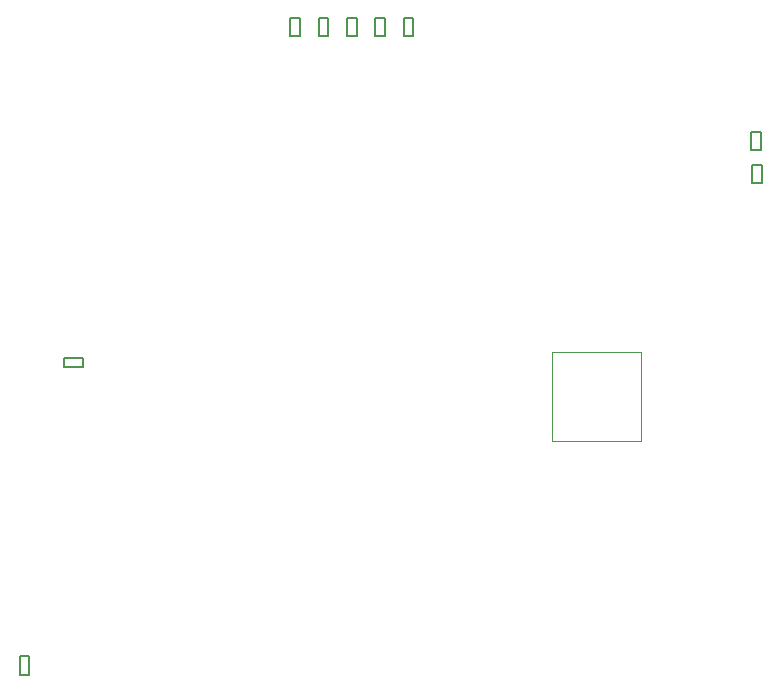
<source format=gbr>
%TF.GenerationSoftware,Altium Limited,Altium Designer,23.1.1 (15)*%
G04 Layer_Color=32896*
%FSLAX45Y45*%
%MOMM*%
%TF.SameCoordinates,8C37DE4A-61E0-4A85-99FC-D0A1A2E6B02F*%
%TF.FilePolarity,Positive*%
%TF.FileFunction,Other,Bottom_3D_Body*%
%TF.Part,Single*%
G01*
G75*
%TA.AperFunction,NonConductor*%
%ADD140C,0.20000*%
%ADD249C,0.00100*%
D140*
X3137530Y6805900D02*
Y6960900D01*
X3057530D02*
X3137530D01*
X3057530Y6805900D02*
Y6960900D01*
Y6805900D02*
X3137530D01*
X526420Y1393200D02*
X606420D01*
X526420D02*
Y1553200D01*
X606420D01*
Y1393200D02*
Y1553200D01*
X902940Y4003680D02*
Y4083680D01*
X1057940D01*
Y4003680D02*
Y4083680D01*
X902940Y4003680D02*
X1057940D01*
X3297560Y6960900D02*
X3377560D01*
Y6805900D02*
Y6960900D01*
X3297560Y6805900D02*
X3377560D01*
X3297560D02*
Y6960900D01*
X6729100Y5558760D02*
X6809100D01*
X6729100D02*
Y5713760D01*
X6809100D01*
Y5558760D02*
Y5713760D01*
X6718940Y5993160D02*
X6798940D01*
Y5838160D02*
Y5993160D01*
X6718940Y5838160D02*
X6798940D01*
X6718940D02*
Y5993160D01*
X3777620Y6805900D02*
X3857620D01*
X3777620D02*
Y6960900D01*
X3857620D01*
Y6805900D02*
Y6960900D01*
X3537590Y6805900D02*
X3617590D01*
X3537590D02*
Y6960900D01*
X3617590D01*
Y6805900D02*
Y6960900D01*
X2817500Y6805900D02*
X2897500D01*
X2817500D02*
Y6960900D01*
X2897500D01*
Y6805900D02*
Y6960900D01*
D249*
X5034593Y4129052D02*
X5784791D01*
X5034593Y3378855D02*
Y4129052D01*
Y3378855D02*
X5784791Y3378854D01*
X5784791Y4129052D02*
X5784791Y3378854D01*
%TF.MD5,0402cde282eaadce6547d299bc63af29*%
M02*

</source>
